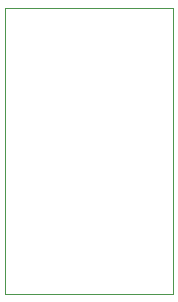
<source format=gbr>
%TF.GenerationSoftware,KiCad,Pcbnew,8.0.5*%
%TF.CreationDate,2024-09-23T16:28:14-04:00*%
%TF.ProjectId,ICM-42670-P-Breakout-Board,49434d2d-3432-4363-9730-2d502d427265,rev?*%
%TF.SameCoordinates,Original*%
%TF.FileFunction,Profile,NP*%
%FSLAX46Y46*%
G04 Gerber Fmt 4.6, Leading zero omitted, Abs format (unit mm)*
G04 Created by KiCad (PCBNEW 8.0.5) date 2024-09-23 16:28:14*
%MOMM*%
%LPD*%
G01*
G04 APERTURE LIST*
%TA.AperFunction,Profile*%
%ADD10C,0.100000*%
%TD*%
G04 APERTURE END LIST*
D10*
X135000000Y-82250000D02*
X149250000Y-82250000D01*
X149250000Y-106500000D01*
X135000000Y-106500000D01*
X135000000Y-82250000D01*
M02*

</source>
